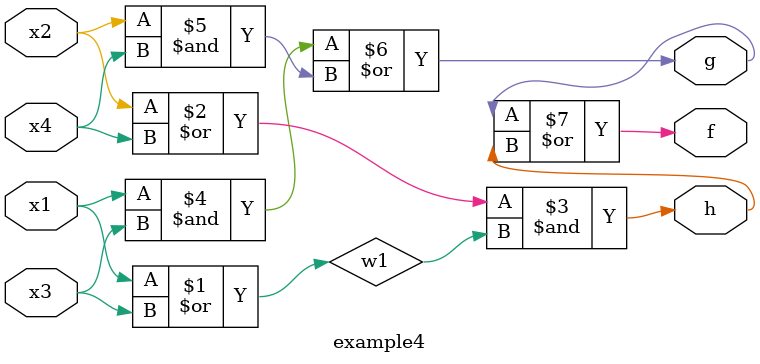
<source format=sv>
module example4(x1, x2, x3, x4, f, g, h);
input x1, x2, x3, x4;
output f, g, h;
wire w1;
assign w1 = x1 | x3;
assign h = (x2 | x4) & w1;
assign g = (x1 & x3) | (x2 & x4);
assign f = g | h;
endmodule
</source>
